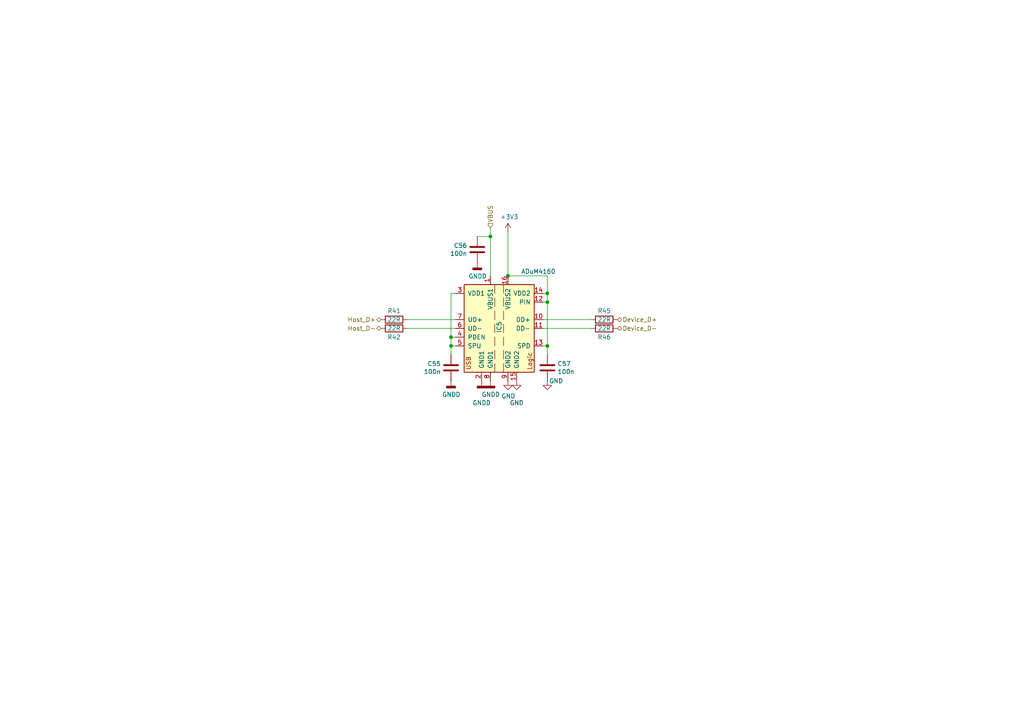
<source format=kicad_sch>
(kicad_sch (version 20230121) (generator eeschema)
  (paper "A4")
  (title_block (rev "4.0"))
  (lib_symbols
    (symbol "Device:C" (pin_numbers hide) (pin_names (offset 0.254))
      (property "Reference" "C" (at 0.635 2.54 0))
      (property "Value" "C" (at 0.635 -2.54 0))
      (symbol "C_0_1"
        (polyline (pts (xy -2.032 -0.762) (xy 2.032 -0.762)) (stroke (width 0.508)))
        (polyline (pts (xy -2.032 0.762) (xy 2.032 0.762)) (stroke (width 0.508)))
      )
      (symbol "C_1_1"
        (pin passive line (at 0 3.81 270) (length 2.794) (name "~") (number "1"))
        (pin passive line (at 0 -3.81 90) (length 2.794) (name "~") (number "2"))
      )
    )
    (symbol "Device:R" (pin_numbers hide) (pin_names (offset 0))
      (property "Reference" "R" (at 2.032 0 90))
      (property "Value" "R" (at 0 0 90))
      (symbol "R_0_1"
        (rectangle (start -1.016 -2.54) (end 1.016 2.54) (stroke (width 0.254)))
      )
      (symbol "R_1_1"
        (pin passive line (at 0 3.81 270) (length 1.27) (name "~") (number "1"))
        (pin passive line (at 0 -3.81 90) (length 1.27) (name "~") (number "2"))
      )
    )
    (symbol "Interface_USB:ADUM4160" (pin_names (offset 1.016))
      (property "Reference" "U" (at -10.16 13.97 0))
      (property "Value" "ADUM4160" (at 3.81 13.97 0))
      (symbol "ADUM4160_0_0"
        (text "Logic" (at 8.89 -12.065 900) (effects (font (size 1.27 1.27)) (justify left)))
      )
      (symbol "ADUM4160_0_1"
        (rectangle (start -10.16 12.7) (end 10.16 -12.7) (stroke (width 0.254)) (fill (type background)))
        (polyline (pts (xy -1.27 -10.16) (xy -1.27 -12.7)))
        (polyline (pts (xy -1.27 -6.35) (xy -1.27 -8.89)))
        (polyline (pts (xy -1.27 -2.54) (xy -1.27 -5.08)))
        (polyline (pts (xy -1.27 1.27) (xy -1.27 -1.27)))
        (polyline (pts (xy -1.27 5.08) (xy -1.27 2.54)))
        (polyline (pts (xy -1.27 8.89) (xy -1.27 6.35)))
        (polyline (pts (xy -1.27 12.7) (xy -1.27 10.16)))
        (polyline (pts (xy 1.27 -10.16) (xy 1.27 -12.7)))
        (polyline (pts (xy 1.27 -6.35) (xy 1.27 -8.89)))
        (polyline (pts (xy 1.27 -2.54) (xy 1.27 -5.08)))
        (polyline (pts (xy 1.27 1.27) (xy 1.27 -1.27)))
        (polyline (pts (xy 1.27 5.08) (xy 1.27 2.54)))
        (polyline (pts (xy 1.27 8.89) (xy 1.27 6.35)))
        (polyline (pts (xy 1.27 12.7) (xy 1.27 10.16)))
      )
      (symbol "ADUM4160_1_0"
        (text "USB" (at -8.89 -12.065 900) (effects (font (size 1.27 1.27)) (justify left)))
      )
      (symbol "ADUM4160_1_1"
        (pin power_in line (at -2.54 15.24 270) (length 2.54) (name "VBUS1") (number "1"))
        (pin bidirectional line (at 12.7 2.54 180) (length 2.54) (name "DD+") (number "10"))
        (pin bidirectional line (at 12.7 0 180) (length 2.54) (name "DD-") (number "11"))
        (pin input line (at 12.7 7.62 180) (length 2.54) (name "PIN") (number "12"))
        (pin input line (at 12.7 -5.08 180) (length 2.54) (name "SPD") (number "13"))
        (pin power_in line (at 12.7 10.16 180) (length 2.54) (name "VDD2") (number "14"))
        (pin power_in line (at 5.08 -15.24 90) (length 2.54) (name "GND2") (number "15"))
        (pin power_in line (at 2.54 15.24 270) (length 2.54) (name "VBUS2") (number "16"))
        (pin power_in line (at -5.08 -15.24 90) (length 2.54) (name "GND1") (number "2"))
        (pin power_in line (at -12.7 10.16 0) (length 2.54) (name "VDD1") (number "3"))
        (pin input line (at -12.7 -2.54 0) (length 2.54) (name "PDEN") (number "4"))
        (pin input line (at -12.7 -5.08 0) (length 2.54) (name "SPU") (number "5"))
        (pin bidirectional line (at -12.7 0 0) (length 2.54) (name "UD-") (number "6"))
        (pin bidirectional line (at -12.7 2.54 0) (length 2.54) (name "UD+") (number "7"))
        (pin power_in line (at -2.54 -15.24 90) (length 2.54) (name "GND1") (number "8"))
        (pin power_in line (at 2.54 -15.24 90) (length 2.54) (name "GND2") (number "9"))
      )
    )
    (symbol "power:+3V3" (power) (pin_names (offset 0))
      (property "Value" "+3V3" (at 0 3.556 0))
      (symbol "+3V3_0_1"
        (polyline (pts (xy -0.762 1.27) (xy 0 2.54)))
        (polyline (pts (xy 0 0) (xy 0 2.54)))
        (polyline (pts (xy 0 2.54) (xy 0.762 1.27)))
      )
      (symbol "+3V3_1_1"
        (pin power_in line (at 0 0 90) (length 0) hide (name "+3V3") (number "1"))
      )
    )
    (symbol "power:GND" (power) (pin_names (offset 0))
      (property "Value" "GND" (at 0 -3.81 0))
      (symbol "GND_0_1"
        (polyline (pts (xy 0 0) (xy 0 -1.27) (xy 1.27 -1.27) (xy 0 -2.54) (xy -1.27 -1.27) (xy 0 -1.27)))
      )
      (symbol "GND_1_1"
        (pin power_in line (at 0 0 270) (length 0) hide (name "GND") (number "1"))
      )
    )
    (symbol "power:GNDD" (power) (pin_names (offset 0))
      (property "Value" "GNDD" (at 0 -3.175 0))
      (symbol "GNDD_0_1"
        (rectangle (start -1.27 -1.524) (end 1.27 -2.032) (stroke (width 0.254)) (fill (type outline)))
        (polyline (pts (xy 0 0) (xy 0 -1.524)))
      )
      (symbol "GNDD_1_1"
        (pin power_in line (at 0 0 270) (length 0) hide (name "GNDD") (number "1"))
      )
    )
  )
  (junction (at 158.75 87.63))
  (junction (at 158.75 85.09))
  (junction (at 147.32 80.01))
  (junction (at 158.75 100.33))
  (junction (at 130.81 100.33))
  (junction (at 142.24 68.58))
  (junction (at 130.81 97.79))
  (wire (pts (xy 158.75 100.33) (xy 158.75 102.87)))
  (wire (pts (xy 118.11 92.71) (xy 132.08 92.71)))
  (wire (pts (xy 138.43 68.58) (xy 142.24 68.58)))
  (wire (pts (xy 147.32 80.01) (xy 158.75 80.01)))
  (wire (pts (xy 130.81 85.09) (xy 132.08 85.09)))
  (wire (pts (xy 157.48 95.25) (xy 171.45 95.25)))
  (wire (pts (xy 130.81 100.33) (xy 130.81 102.87)))
  (wire (pts (xy 147.32 67.31) (xy 147.32 80.01)))
  (wire (pts (xy 157.48 92.71) (xy 171.45 92.71)))
  (wire (pts (xy 130.81 97.79) (xy 130.81 85.09)))
  (wire (pts (xy 157.48 85.09) (xy 158.75 85.09)))
  (wire (pts (xy 130.81 100.33) (xy 132.08 100.33)))
  (wire (pts (xy 132.08 97.79) (xy 130.81 97.79)))
  (wire (pts (xy 142.24 66.04) (xy 142.24 68.58)))
  (wire (pts (xy 158.75 80.01) (xy 158.75 85.09)))
  (wire (pts (xy 130.81 97.79) (xy 130.81 100.33)))
  (wire (pts (xy 118.11 95.25) (xy 132.08 95.25)))
  (wire (pts (xy 158.75 100.33) (xy 158.75 87.63)))
  (wire (pts (xy 142.24 68.58) (xy 142.24 80.01)))
  (wire (pts (xy 158.75 85.09) (xy 158.75 87.63)))
  (wire (pts (xy 158.75 87.63) (xy 157.48 87.63)))
  (wire (pts (xy 157.48 100.33) (xy 158.75 100.33)))
  (hierarchical_label "Host_D-" (shape bidirectional) (at 110.49 95.25 180))
  (hierarchical_label "Host_D+" (shape bidirectional) (at 110.49 92.71 180))
  (hierarchical_label "Device_D-" (shape bidirectional) (at 179.07 95.25 0))
  (hierarchical_label "Device_D+" (shape bidirectional) (at 179.07 92.71 0))
  (hierarchical_label "VBUS" (shape input) (at 142.24 66.04 90))
  (symbol (lib_id "Interface_USB:ADUM4160") (at 144.78 95.25 0) (unit 1)
    (property "Reference" "IC5" (at 144.78 96.52 90) (effects (justify left)))
    (property "Value" "ADuM4160" (at 151.13 78.74 0) (effects (justify left)))
    (property "Footprint" "Package_SO:SOIC-16W_7.5x10.3mm_P1.27mm" (effects hide))
  )
  (symbol (lib_id "Device:C") (at 130.81 106.68 0) (mirror x) (unit 1)
    (property "Reference" "C55" (at 127.889 105.5116 0) (effects (justify right)))
    (property "Value" "100n" (at 127.889 107.823 0) (effects (justify right)))
    (property "Footprint" "Capacitor_SMD:C_0805_2012Metric" (effects hide))
  )
  (symbol (lib_id "Device:C") (at 138.43 72.39 0) (mirror x) (unit 1)
    (property "Reference" "C56" (at 135.509 71.2216 0) (effects (justify right)))
    (property "Value" "100n" (at 135.509 73.533 0) (effects (justify right)))
    (property "Footprint" "Capacitor_SMD:C_0805_2012Metric" (effects hide))
  )
  (symbol (lib_id "Device:C") (at 158.75 106.68 180) (unit 1)
    (property "Reference" "C57" (at 161.671 105.5116 0) (effects (justify right)))
    (property "Value" "100n" (at 161.671 107.823 0) (effects (justify right)))
    (property "Footprint" "Capacitor_SMD:C_0805_2012Metric" (effects hide))
  )
  (symbol (lib_id "power:GND") (at 158.75 110.49 0) (unit 1)
    (property "Reference" "#PWR0118" (effects hide))
    (property "Value" "GND" (at 161.29 110.49 0))
  )
  (symbol (lib_id "power:+3V3") (at 147.32 67.31 0) (unit 1)
    (property "Reference" "#PWR0115" (effects hide))
    (property "Value" "+3V3" (at 147.701 62.9158 0))
  )
  (symbol (lib_id "power:GND") (at 149.86 110.49 0) (unit 1)
    (property "Reference" "#PWR0117" (effects hide))
    (property "Value" "GND" (at 149.86 116.84 0))
  )
  (symbol (lib_id "power:GND") (at 147.32 110.49 0) (unit 1)
    (property "Reference" "#PWR0116" (effects hide))
    (property "Value" "GND" (at 147.447 114.8842 0))
  )
  (symbol (lib_id "Device:R") (at 114.3 95.25 270) (mirror x) (unit 1)
    (property "Reference" "R42" (at 114.3 97.79 90))
    (property "Value" "22R" (at 114.3 95.25 90))
    (property "Footprint" "Resistor_SMD:R_0805_2012Metric" (effects hide))
  )
  (symbol (lib_id "Device:R") (at 114.3 92.71 90) (mirror x) (unit 1)
    (property "Reference" "R41" (at 114.3 90.17 90))
    (property "Value" "22R" (at 114.3 92.71 90))
    (property "Footprint" "Resistor_SMD:R_0805_2012Metric" (effects hide))
  )
  (symbol (lib_id "Device:R") (at 175.26 95.25 270) (mirror x) (unit 1)
    (property "Reference" "R46" (at 175.26 97.79 90))
    (property "Value" "22R" (at 175.26 95.25 90))
    (property "Footprint" "Resistor_SMD:R_0805_2012Metric" (effects hide))
  )
  (symbol (lib_id "Device:R") (at 175.26 92.71 90) (mirror x) (unit 1)
    (property "Reference" "R45" (at 175.26 90.17 90))
    (property "Value" "22R" (at 175.26 92.71 90))
    (property "Footprint" "Resistor_SMD:R_0805_2012Metric" (effects hide))
  )
  (symbol (lib_id "power:GNDD") (at 142.24 110.49 0) (unit 1)
    (property "Reference" "#PWR0114" (effects hide))
    (property "Value" "GNDD" (at 142.3416 114.427 0))
  )
  (symbol (lib_id "power:GNDD") (at 139.7 110.49 0) (unit 1)
    (property "Reference" "#PWR0113" (effects hide))
    (property "Value" "GNDD" (at 139.7 116.84 0))
  )
  (symbol (lib_id "power:GNDD") (at 130.81 110.49 0) (unit 1)
    (property "Reference" "#PWR0111" (effects hide))
    (property "Value" "GNDD" (at 130.9116 114.427 0))
  )
  (symbol (lib_id "power:GNDD") (at 138.43 76.2 0) (unit 1)
    (property "Reference" "#PWR0112" (effects hide))
    (property "Value" "GNDD" (at 138.5316 80.137 0))
  )
)
</source>
